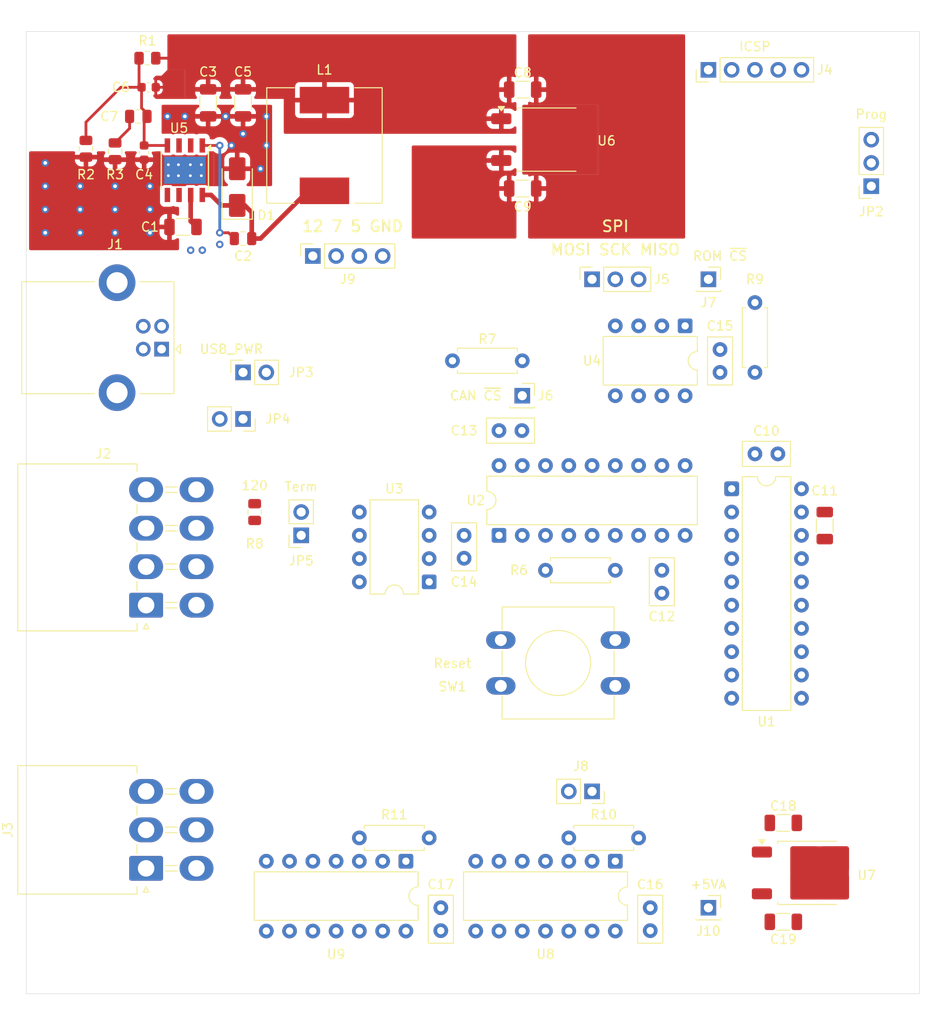
<source format=kicad_pcb>
(kicad_pcb (version 20241229) (generator "pcbnew") (generator_version "9.0")
  (title_block (title "CAN Gauge Interface") (date "2025-09-27") (rev "0.1") (company "Sam Anthony"))
  (layers (0 "F.Cu" signal) (4 "In1.Cu" signal) (6 "In2.Cu" signal) (2 "B.Cu" power) (13 "F.Paste" user) (15 "B.Paste" user) (5 "F.SilkS" user "F.Silkscreen") (7 "B.SilkS" user "B.Silkscreen") (1 "F.Mask" user) (3 "B.Mask" user) (25 "Edge.Cuts" user))
  (net 0 "")
  (net 1 "GND")
  (net 2 "+12V")
  (net 3 "Net-(U5-BOOT)")
  (net 4 "+7V")
  (net 5 "Net-(C7-Pad2)")
  (net 6 "+5V")
  (net 7 "Net-(U1-Vusb3v3)")
  (net 8 "/~{MCLR}")
  (net 9 "+5VA")
  (net 10 "/USB_D+")
  (net 11 "/USB_D-")
  (net 12 "VBUS")
  (net 15 "/CAN_L")
  (net 16 "/Speed")
  (net 17 "/Tach")
  (net 18 "/CAN_H")
  (net 19 "/AN4")
  (net 20 "/AN2")
  (net 21 "/AN3")
  (net 22 "/AN1")
  (net 23 "/ICSP_CLK")
  (net 24 "/ICSP_DAT")
  (net 25 "/SCK")
  (net 26 "/MOSI")
  (net 27 "/MISO")
  (net 28 "/CAN_~{CS}")
  (net 29 "/ROM_~{CS}")
  (net 30 "/DAC2_~{CS}")
  (net 31 "/DAC1_~{CS}")
  (net 32 "/INT{slash}ICSP_CLK")
  (net 33 "/INT")
  (net 34 "Net-(JP5-B)")
  (net 36 "/CLK")
  (net 39 "/CAN_RX")
  (net 40 "/CAN_TX")
  (net 53 "/PH")
  (net 54 "/sense")
  (footprint "Connector_PinSocket_2.54mm:PinSocket_1x01_P2.54mm_Vertical" (layer "F.Cu") (at 124.46 129.54)
    (property "Reference" "J7" (at 0 2.54 0) (layer "F.SilkS"))
    (property "Value" "ROM ~{CS}" (at 1.27 -2.54 0) (layer "F.SilkS"))
    (pad "1" thru_hole rect (at 0 0) (size 1.7 1.7) (drill 1) (layers "*.Cu" "*.Mask") (net 29 "/ROM_~{CS}"))
  )
  (footprint "Capacitor_SMD:C_1206_3216Metric" (layer "F.Cu") (at 104.189 119.634)
    (property "Reference" "C9" (at 0 1.984 0) (layer "F.SilkS"))
    (property "Value" "10u" (hide yes))
    (pad "1" smd roundrect (at -1.475 0) (size 1.15 1.8) (layers "F.Cu" "F.Mask" "F.Paste") (roundrect_rratio 0.217391) (net 6 "+5V"))
    (pad "2" smd roundrect (at 1.475 0) (size 1.15 1.8) (layers "F.Cu" "F.Mask" "F.Paste") (roundrect_rratio 0.217391) (net 1 "GND"))
  )
  (footprint "Capacitor_SMD:C_0805_2012Metric" (layer "F.Cu") (at 62.23 111.76 180)
    (property "Reference" "C7" (at 3.175 0 0) (layer "F.SilkS"))
    (property "Value" "47n" (hide yes))
    (pad "1" smd roundrect (at -0.95 0 180) (size 1 1.45) (layers "F.Cu" "F.Mask" "F.Paste") (net 54 "/sense"))
    (pad "2" smd roundrect (at 0.95 0 180) (size 1 1.45) (layers "F.Cu" "F.Mask" "F.Paste") (net 5 "Net-(C7-Pad2)"))
  )
  (footprint "Connector_PinSocket_2.54mm:PinSocket_1x04_P2.54mm_Vertical" (layer "F.Cu") (at 81.28 127 90)
    (property "Reference" "J9" (at -2.54 3.81 180) (layer "F.SilkS"))
    (property "Value" "Conn_01x04_Socket" (hide yes))
    (pad "1" thru_hole rect (at 0 0 90) (size 1.7 1.7) (drill 1) (layers "*.Cu" "*.Mask") (net 2 "+12V"))
    (pad "2" thru_hole oval (at 0 2.54 90) (size 1.7 1.7) (drill 1) (layers "*.Cu" "*.Mask") (net 4 "+7V"))
    (pad "3" thru_hole oval (at 0 5.08 90) (size 1.7 1.7) (drill 1) (layers "*.Cu" "*.Mask") (net 6 "+5V"))
    (pad "4" thru_hole oval (at 0 7.62 90) (size 1.7 1.7) (drill 1) (layers "*.Cu" "*.Mask") (net 1 "GND"))
  )
  (footprint "MountingHole:MountingHole_3.2mm_M3_DIN965" (layer "F.Cu") (at 55 202.5)
    (property "Reference" "H1" (hide yes))
    (property "Value" "MountingHole" (hide yes))
    (pad "" np_thru_hole circle (at 0 0) (size 3.2 3.2) (drill 3.2) (layers "*.Cu" "*.Mask"))
  )
  (footprint "Capacitor_SMD:C_1206_3216Metric" (layer "F.Cu") (at 132.637 199.656)
    (property "Reference" "C19" (at 0 1.905 0) (layer "F.SilkS"))
    (property "Value" "10u" (hide yes))
    (pad "1" smd roundrect (at -1.475 0) (size 1.15 1.8) (layers "F.Cu" "F.Mask" "F.Paste") (roundrect_rratio 0.217391) (net 9 "+5VA"))
    (pad "2" smd roundrect (at 1.475 0) (size 1.15 1.8) (layers "F.Cu" "F.Mask" "F.Paste") (roundrect_rratio 0.217391) (net 1 "GND"))
  )
  (footprint "Resistor_THT:R_Axial_DIN0207_L6.3mm_D2.5mm_P7.62mm_Horizontal" (layer "F.Cu") (at 116.84 190.5 180)
    (property "Reference" "R10" (at 3.81 2.54 0) (layer "F.SilkS"))
    (property "Value" "10k" (hide yes))
    (pad "1" thru_hole circle (at 0 0 180) (size 1.6 1.6) (drill 0.8) (layers "*.Cu" "*.Mask") (net 9 "+5VA"))
    (pad "2" thru_hole oval (at 7.62 0 180) (size 1.6 1.6) (drill 0.8) (layers "*.Cu" "*.Mask") (net 31 "/DAC1_~{CS}"))
  )
  (footprint "Capacitor_SMD:C_1206_3216Metric" (layer "F.Cu") (at 132.637 188.861)
    (property "Reference" "C18" (at 0 -1.85 0) (layer "F.SilkS"))
    (property "Value" "10u" (hide yes))
    (pad "1" smd roundrect (at -1.475 0) (size 1.15 1.8) (layers "F.Cu" "F.Mask" "F.Paste") (roundrect_rratio 0.217391) (net 4 "+7V"))
    (pad "2" smd roundrect (at 1.475 0) (size 1.15 1.8) (layers "F.Cu" "F.Mask" "F.Paste") (roundrect_rratio 0.217391) (net 1 "GND"))
  )
  (footprint "Package_TO_SOT_SMD:TO-252-2" (layer "F.Cu") (at 106.894 114.294)
    (property "Reference" "U6" (at 6.443 0.128 0) (layer "F.SilkS"))
    (property "Value" "L78M05AB" (hide yes))
    (pad "1" smd roundrect (at -5.04 -2.28) (size 2.2 1.2) (layers "F.Cu" "F.Mask" "F.Paste") (roundrect_rratio 0.208333) (net 4 "+7V"))
    (pad "2" smd roundrect (at -0.415 -1.525) (size 3.05 2.75) (layers "F.Cu" "F.Paste") (roundrect_rratio 0.090909) (net 1 "GND"))
    (pad "2" smd roundrect (at -0.415 1.525) (size 3.05 2.75) (layers "F.Cu" "F.Paste") (roundrect_rratio 0.090909) (net 1 "GND"))
    (pad "2" smd roundrect (at 1.26 0) (size 6.4 5.8) (layers "F.Cu" "F.Mask") (roundrect_rratio 0.043103) (net 1 "GND"))
    (pad "2" smd roundrect (at 2.935 -1.525) (size 3.05 2.75) (layers "F.Cu" "F.Paste") (roundrect_rratio 0.090909) (net 1 "GND"))
    (pad "2" smd roundrect (at 2.935 1.525) (size 3.05 2.75) (layers "F.Cu" "F.Paste") (roundrect_rratio 0.090909) (net 1 "GND"))
    (pad "3" smd roundrect (at -5.04 2.28) (size 2.2 1.2) (layers "F.Cu" "F.Mask" "F.Paste") (roundrect_rratio 0.208333) (net 6 "+5V"))
  )
  (footprint "Capacitor_THT:C_Disc_D5.0mm_W2.5mm_P2.50mm" (layer "F.Cu") (at 118.11 198.12 -90)
    (property "Reference" "C16" (at -2.54 0 180) (layer "F.SilkS"))
    (property "Value" "100n" (hide yes))
    (pad "1" thru_hole circle (at 0 0 270) (size 1.6 1.6) (drill 0.8) (layers "*.Cu" "*.Mask") (net 9 "+5VA"))
    (pad "2" thru_hole circle (at 2.5 0 270) (size 1.6 1.6) (drill 0.8) (layers "*.Cu" "*.Mask") (net 1 "GND"))
  )
  (footprint "MountingHole:MountingHole_3.2mm_M3_DIN965" (layer "F.Cu") (at 142.5 202.5)
    (property "Reference" "H2" (hide yes))
    (property "Value" "MountingHole" (hide yes))
    (pad "" np_thru_hole circle (at 0 0) (size 3.2 3.2) (drill 3.2) (layers "*.Cu" "*.Mask"))
  )
  (footprint "Capacitor_SMD:C_0603_1608Metric" (layer "F.Cu") (at 62.865 115.71 -90)
    (property "Reference" "C4" (at 2.4 0 180) (layer "F.SilkS"))
    (property "Value" "220p" (hide yes))
    (pad "1" smd roundrect (at -0.775 0 270) (size 0.9 0.95) (layers "F.Cu" "F.Mask" "F.Paste") (net 54 "/sense"))
    (pad "2" smd roundrect (at 0.775 0 270) (size 0.9 0.95) (layers "F.Cu" "F.Mask" "F.Paste") (net 1 "GND"))
  )
  (footprint "Connector_Molex:Molex_Mini-Fit_Jr_5569-06A2_2x03_P4.20mm_Horizontal" (layer "F.Cu") (at 63.08 193.82 90)
    (property "Reference" "J3" (at 4.2 -15.1 90) (layer "F.SilkS"))
    (property "Value" "Analog")
    (pad "" np_thru_hole circle (at 0 -7.3 90) (size 3 3) (drill 3) (layers "*.Cu" "*.Mask"))
    (pad "" np_thru_hole circle (at 8.4 -7.3 90) (size 3 3) (drill 3) (layers "*.Cu" "*.Mask"))
    (pad "1" thru_hole roundrect (at 0 0 90) (size 2.7 3.7) (drill 1.8) (layers "*.Cu" "*.Mask") (roundrect_rratio 0.092593) (net 22 "/AN1"))
    (pad "2" thru_hole oval (at 4.2 0 90) (size 2.7 3.7) (drill 1.8) (layers "*.Cu" "*.Mask") (net 1 "GND"))
    (pad "3" thru_hole oval (at 8.4 0 90) (size 2.7 3.7) (drill 1.8) (layers "*.Cu" "*.Mask") (net 19 "/AN4"))
    (pad "4" thru_hole oval (at 0 5.5 90) (size 2.7 3.7) (drill 1.8) (layers "*.Cu" "*.Mask") (net 20 "/AN2"))
    (pad "5" thru_hole oval (at 4.2 5.5 90) (size 2.7 3.7) (drill 1.8) (layers "*.Cu" "*.Mask") (net 1 "GND"))
    (pad "6" thru_hole oval (at 8.4 5.5 90) (size 2.7 3.7) (drill 1.8) (layers "*.Cu" "*.Mask") (net 21 "/AN3"))
  )
  (footprint "Resistor_SMD:R_0805_2012Metric" (layer "F.Cu") (at 63.2225 105.41)
    (property "Reference" "R1" (at 0 -1.905 0) (layer "F.SilkS"))
    (property "Value" "10k" (hide yes))
    (pad "1" smd roundrect (at -0.9125 0) (size 1.025 1.4) (layers "F.Cu" "F.Mask" "F.Paste") (roundrect_rratio 0.243902) (net 54 "/sense"))
    (pad "2" smd roundrect (at 0.9125 0) (size 1.025 1.4) (layers "F.Cu" "F.Mask" "F.Paste") (roundrect_rratio 0.243902) (net 4 "+7V"))
  )
  (footprint "Connector_USB:USB_B_Lumberg_2411_02_Horizontal" (layer "F.Cu") (at 64.77 137.16 180)
    (property "Reference" "J1" (at 5.08 11.43 180) (layer "F.SilkS"))
    (property "Value" "USB_B" (hide yes))
    (pad "1" thru_hole rect (at 0 0 270) (size 1.6 1.6) (drill 0.95) (layers "*.Cu" "*.Mask") (net 12 "VBUS"))
    (pad "2" thru_hole circle (at 0 2.5 270) (size 1.6 1.6) (drill 0.95) (layers "*.Cu" "*.Mask") (net 11 "/USB_D-"))
    (pad "3" thru_hole circle (at 2 2.5 270) (size 1.6 1.6) (drill 0.95) (layers "*.Cu" "*.Mask") (net 10 "/USB_D+"))
    (pad "4" thru_hole circle (at 2 0 270) (size 1.6 1.6) (drill 0.95) (layers "*.Cu" "*.Mask") (net 1 "GND"))
    (pad "5" thru_hole circle (at 4.86 -4.75 270) (size 4 4) (drill 2.3) (layers "*.Cu" "*.Mask"))
    (pad "5" thru_hole circle (at 4.86 7.25 270) (size 4 4) (drill 2.3) (layers "*.Cu" "*.Mask"))
  )
  (footprint "Connector_PinSocket_2.54mm:PinSocket_1x02_P2.54mm_Vertical" (layer "F.Cu") (at 80.01 157.48 180)
    (property "Reference" "JP5" (at 0 -2.77 0) (layer "F.SilkS"))
    (property "Value" "Term" (at 0 5.31 0) (layer "F.SilkS"))
    (pad "1" thru_hole rect (at 0 0 180) (size 1.7 1.7) (drill 1) (layers "*.Cu" "*.Mask") (net 15 "/CAN_L"))
    (pad "2" thru_hole oval (at 0 2.54 180) (size 1.7 1.7) (drill 1) (layers "*.Cu" "*.Mask") (net 34 "Net-(JP5-B)"))
  )
  (footprint "Capacitor_SMD:C_0603_1608Metric" (layer "F.Cu") (at 63.36 108.585)
    (property "Reference" "C6" (at -3.035 0 0) (layer "F.SilkS"))
    (property "Value" "3300p" (hide yes))
    (pad "1" smd roundrect (at -0.775 0) (size 0.9 0.95) (layers "F.Cu" "F.Mask" "F.Paste") (net 54 "/sense"))
    (pad "2" smd roundrect (at 0.775 0) (size 0.9 0.95) (layers "F.Cu" "F.Mask" "F.Paste") (net 4 "+7V"))
  )
  (footprint "Inductor_SMD:L_12x12mm_H8mm" (layer "F.Cu") (at 82.55 114.935 90)
    (property "Reference" "L1" (at 8.255 0 180) (layer "F.SilkS"))
    (property "Value" "150u" (hide yes))
    (pad "1" smd rect (at -4.95 0 90) (size 2.9 5.4) (layers "F.Cu" "F.Mask" "F.Paste") (net 53 "/PH"))
    (pad "2" smd rect (at 4.95 0 90) (size 2.9 5.4) (layers "F.Cu" "F.Mask" "F.Paste") (net 4 "+7V"))
  )
  (footprint "MountingHole:MountingHole_3.2mm_M3_DIN965" (layer "F.Cu") (at 55 107.5)
    (property "Reference" "H4" (hide yes))
    (property "Value" "MountingHole" (hide yes))
    (pad "" np_thru_hole circle (at 0 0) (size 3.2 3.2) (drill 3.2) (layers "*.Cu" "*.Mask"))
  )
  (footprint "Resistor_SMD:R_0805_2012Metric" (layer "F.Cu") (at 56.515 115.2925 -90)
    (property "Reference" "R2" (at 2.8175 0 180) (layer "F.SilkS"))
    (property "Value" "3k24" (hide yes))
    (pad "1" smd roundrect (at -0.9125 0 270) (size 1.025 1.4) (layers "F.Cu" "F.Mask" "F.Paste") (roundrect_rratio 0.243902) (net 54 "/sense"))
    (pad "2" smd roundrect (at 0.9125 0 270) (size 1.025 1.4) (layers "F.Cu" "F.Mask" "F.Paste") (roundrect_rratio 0.243902) (net 1 "GND"))
  )
  (footprint "Resistor_THT:R_Axial_DIN0207_L6.3mm_D2.5mm_P7.62mm_Horizontal" (layer "F.Cu") (at 106.68 161.29)
    (property "Reference" "R6" (at -2.8975 0 0) (layer "F.SilkS"))
    (property "Value" "10k" (hide yes))
    (pad "1" thru_hole circle (at 0 0) (size 1.6 1.6) (drill 0.8) (layers "*.Cu" "*.Mask") (net 6 "+5V"))
    (pad "2" thru_hole oval (at 7.62 0) (size 1.6 1.6) (drill 0.8) (layers "*.Cu" "*.Mask") (net 8 "/~{MCLR}"))
  )
  (footprint "Connector_PinSocket_2.54mm:PinSocket_1x02_P2.54mm_Vertical" (layer "F.Cu") (at 111.76 185.42 -90)
    (property "Reference" "J8" (at -2.744718 1.213739 180) (layer "F.SilkS"))
    (property "Value" "DAC ~{CS}")
    (pad "1" thru_hole rect (at 0 0 270) (size 1.7 1.7) (drill 1) (layers "*.Cu" "*.Mask") (net 31 "/DAC1_~{CS}"))
    (pad "2" thru_hole oval (at 0 2.54 270) (size 1.7 1.7) (drill 1) (layers "*.Cu" "*.Mask") (net 30 "/DAC2_~{CS}"))
  )
  (footprint "Button_Switch_THT:SW_PUSH-12mm" (layer "F.Cu") (at 114.3 173.91 180)
    (property "Reference" "SW1" (at 17.78 -0.08 0) (layer "F.SilkS"))
    (property "Value" "Reset" (at 17.78 2.46 0) (layer "F.SilkS"))
    (pad "1" thru_hole oval (at 0 0 180) (size 3.2 1.9) (drill 1.3) (layers "*.Cu" "*.Mask") (net 1 "GND"))
    (pad "1" thru_hole oval (at 12.5 0 180) (size 3.2 1.9) (drill 1.3) (layers "*.Cu" "*.Mask") (net 1 "GND"))
    (pad "2" thru_hole oval (at 0 5 180) (size 3.2 1.9) (drill 1.3) (layers "*.Cu" "*.Mask") (net 8 "/~{MCLR}"))
    (pad "2" thru_hole oval (at 12.5 5 180) (size 3.2 1.9) (drill 1.3) (layers "*.Cu" "*.Mask") (net 8 "/~{MCLR}"))
  )
  (footprint "Capacitor_SMD:C_1206_3216Metric" (layer "F.Cu") (at 69.85 110.285 -90)
    (property "Reference" "C3" (at -3.38 0 0) (layer "F.SilkS"))
    (property "Value" "22u" (hide yes))
    (pad "1" smd roundrect (at -1.475 0 270) (size 1.15 1.8) (layers "F.Cu" "F.Mask" "F.Paste") (roundrect_rratio 0.217391) (net 4 "+7V"))
    (pad "2" smd roundrect (at 1.475 0 270) (size 1.15 1.8) (layers "F.Cu" "F.Mask" "F.Paste") (roundrect_rratio 0.217391) (net 1 "GND"))
  )
  (footprint "Connector_PinSocket_2.54mm:PinSocket_1x01_P2.54mm_Vertical" (layer "F.Cu") (at 104.14 142.24)
    (property "Reference" "J6" (at 2.54 0 0) (layer "F.SilkS"))
    (property "Value" "CAN ~{CS}" (at -5.08 0 0) (layer "F.SilkS"))
    (pad "1" thru_hole rect (at 0 0) (size 1.7 1.7) (drill 1) (layers "*.Cu" "*.Mask") (net 28 "/CAN_~{CS}"))
  )
  (footprint "Resistor_THT:R_Axial_DIN0207_L6.3mm_D2.5mm_P7.62mm_Horizontal" (layer "F.Cu") (at 129.54 139.7 90)
    (property "Reference" "R9" (at 10.16 0 180) (layer "F.SilkS"))
    (property "Value" "10k" (hide yes))
    (pad "1" thru_hole circle (at 0 0 90) (size 1.6 1.6) (drill 0.8) (layers "*.Cu" "*.Mask") (net 6 "+5V"))
    (pad "2" thru_hole oval (at 7.62 0 90) (size 1.6 1.6) (drill 0.8) (layers "*.Cu" "*.Mask") (net 29 "/ROM_~{CS}"))
  )
  (footprint "Connector_PinSocket_2.54mm:PinSocket_1x03_P2.54mm_Vertical" (layer "F.Cu") (at 142.24 119.38 180)
    (property "Reference" "JP2" (at 0 -2.77 0) (layer "F.SilkS"))
    (property "Value" "Prog" (at 0 7.85 0) (layer "F.SilkS"))
    (pad "1" thru_hole rect (at 0 0 180) (size 1.7 1.7) (drill 1) (layers "*.Cu" "*.Mask") (net 33 "/INT"))
    (pad "2" thru_hole oval (at 0 2.54 180) (size 1.7 1.7) (drill 1) (layers "*.Cu" "*.Mask") (net 32 "/INT{slash}ICSP_CLK"))
    (pad "3" thru_hole oval (at 0 5.08 180) (size 1.7 1.7) (drill 1) (layers "*.Cu" "*.Mask") (net 23 "/ICSP_CLK"))
  )
  (footprint "Package_DIP:DIP-14_W7.62mm" (layer "F.Cu") (at 114.3 193.04 -90)
    (property "Reference" "U8" (at 10.16 7.62 180) (layer "F.SilkS"))
    (property "Value" "MCP4912" (hide yes))
    (pad "1" thru_hole roundrect (at 0 0 270) (size 1.6 1.6) (drill 0.8) (layers "*.Cu" "*.Mask") (roundrect_rratio 0.15625) (net 9 "+5VA"))
    (pad "2" thru_hole circle (at 0 2.54 270) (size 1.6 1.6) (drill 0.8) (layers "*.Cu" "*.Mask"))
    (pad "3" thru_hole circle (at 0 5.08 270) (size 1.6 1.6) (drill 0.8) (layers "*.Cu" "*.Mask") (net 31 "/DAC1_~{CS}"))
    (pad "4" thru_hole circle (at 0 7.62 270) (size 1.6 1.6) (drill 0.8) (layers "*.Cu" "*.Mask") (net 25 "/SCK"))
    (pad "5" thru_hole circle (at 0 10.16 270) (size 1.6 1.6) (drill 0.8) (layers "*.Cu" "*.Mask") (net 26 "/MOSI"))
    (pad "6" thru_hole circle (at 0 12.7 270) (size 1.6 1.6) (drill 0.8) (layers "*.Cu" "*.Mask"))
    (pad "7" thru_hole circle (at 0 15.24 270) (size 1.6 1.6) (drill 0.8) (layers "*.Cu" "*.Mask"))
    (pad "8" thru_hole circle (at 7.62 15.24 270) (size 1.6 1.6) (drill 0.8) (layers "*.Cu" "*.Mask") (net 1 "GND"))
    (pad "9" thru_hole circle (at 7.62 12.7 270) (size 1.6 1.6) (drill 0.8) (layers "*.Cu" "*.Mask") (net 9 "+5VA"))
    (pad "10" thru_hole circle (at 7.62 10.16 270) (size 1.6 1.6) (drill 0.8) (layers "*.Cu" "*.Mask") (net 20 "/AN2"))
    (pad "11" thru_hole circle (at 7.62 7.62 270) (size 1.6 1.6) (drill 0.8) (layers "*.Cu" "*.Mask") (net 9 "+5VA"))
    (pad "12" thru_hole circle (at 7.62 5.08 270) (size 1.6 1.6) (drill 0.8) (layers "*.Cu" "*.Mask") (net 1 "GND"))
    (pad "13" thru_hole circle (at 7.62 2.54 270) (size 1.6 1.6) (drill 0.8) (layers "*.Cu" "*.Mask") (net 9 "+5VA"))
    (pad "14" thru_hole circle (at 7.62 0 270) (size 1.6 1.6) (drill 0.8) (layers "*.Cu" "*.Mask") (net 22 "/AN1"))
  )
  (footprint "Diode_SMD:D_SMA" (layer "F.Cu") (at 73.025 119.475 90)
    (property "Reference" "D1" (at -3.08 3.175 180) (layer "F.SilkS"))
    (property "Value" "SS34" (hide yes))
    (pad "1" smd roundrect (at -2 0 90) (size 2.5 1.8) (layers "F.Cu" "F.Mask" "F.Paste") (roundrect_rratio 0.1388888889) (net 53 "/PH"))
    (pad "2" smd roundrect (at 2 0 90) (size 2.5 1.8) (layers "F.Cu" "F.Mask" "F.Paste") (roundrect_rratio 0.1388888889) (net 1 "GND"))
  )
  (footprint "Connector_Molex:Molex_Mini-Fit_Jr_5569-08A2_2x04_P4.20mm_Horizontal" (layer "F.Cu") (at 63.08 165.1 90)
    (property "Reference" "J2" (at 16.51 -4.66 180) (layer "F.SilkS"))
    (property "Value" "Conn_02x04_Top_Bottom" (hide yes))
    (pad "" np_thru_hole circle (at 0 -7.3 90) (size 3 3) (drill 3) (layers "*.Cu" "*.Mask"))
    (pad "" np_thru_hole circle (at 12.6 -7.3 90) (size 3 3) (drill 3) (layers "*.Cu" "*.Mask"))
    (pad "1" thru_hole roundrect (at 0 0 90) (size 2.7 3.7) (drill 1.8) (layers "*.Cu" "*.Mask") (roundrect_rratio 0.092593) (net 17 "/Tach"))
    (pad "2" thru_hole oval (at 4.2 0 90) (size 2.7 3.7) (drill 1.8) (layers "*.Cu" "*.Mask") (net 1 "GND"))
    (pad "3" thru_hole oval (at 8.4 0 90) (size 2.7 3.7) (drill 1.8) (layers "*.Cu" "*.Mask") (net 1 "GND"))
    (pad "4" thru_hole oval (at 12.6 0 90) (size 2.7 3.7) (drill 1.8) (layers "*.Cu" "*.Mask") (net 2 "+12V"))
    (pad "5" thru_hole oval (at 0 5.5 90) (size 2.7 3.7) (drill 1.8) (layers "*.Cu" "*.Mask") (net 16 "/Speed"))
    (pad "6" thru_hole oval (at 4.2 5.5 90) (size 2.7 3.7) (drill 1.8) (layers "*.Cu" "*.Mask") (net 18 "/CAN_H"))
    (pad "7" thru_hole oval (at 8.4 5.5 90) (size 2.7 3.7) (drill 1.8) (layers "*.Cu" "*.Mask") (net 15 "/CAN_L"))
    (pad "8" thru_hole oval (at 12.6 5.5 90) (size 2.7 3.7) (drill 1.8) (layers "*.Cu" "*.Mask") (net 1 "GND"))
  )
  (footprint "Resistor_SMD:R_0805_2012Metric" (layer "F.Cu") (at 59.69 115.57 -90)
    (property "Reference" "R3" (at 2.54 0 0) (layer "F.SilkS"))
    (property "Value" "2k7" (hide yes))
    (pad "1" smd roundrect (at -0.9125 0 270) (size 1.025 1.4) (layers "F.Cu" "F.Mask" "F.Paste") (roundrect_rratio 0.243902) (net 5 "Net-(C7-Pad2)"))
    (pad "2" smd roundrect (at 0.9125 0 270) (size 1.025 1.4) (layers "F.Cu" "F.Mask" "F.Paste") (roundrect_rratio 0.243902) (net 1 "GND"))
  )
  (footprint "Package_DIP:DIP-8_W7.62mm" (layer "F.Cu") (at 93.98 162.56 180)
    (property "Reference" "U3" (at 3.805 10.16 0) (layer "F.SilkS"))
    (property "Value" "MCP2561-E-P" (hide yes))
    (pad "1" thru_hole roundrect (at 0 0 180) (size 1.6 1.6) (drill 0.8) (layers "*.Cu" "*.Mask") (roundrect_rratio 0.15625) (net 40 "/CAN_TX"))
    (pad "2" thru_hole circle (at 0 2.54 180) (size 1.6 1.6) (drill 0.8) (layers "*.Cu" "*.Mask") (net 1 "GND"))
    (pad "3" thru_hole circle (at 0 5.08 180) (size 1.6 1.6) (drill 0.8) (layers "*.Cu" "*.Mask") (net 6 "+5V"))
    (pad "4" thru_hole circle (at 0 7.62 180) (size 1.6 1.6) (drill 0.8) (layers "*.Cu" "*.Mask") (net 39 "/CAN_RX"))
    (pad "5" thru_hole circle (at 7.62 7.62 180) (size 1.6 1.6) (drill 0.8) (layers "*.Cu" "*.Mask"))
    (pad "6" thru_hole circle (at 7.62 5.08 180) (size 1.6 1.6) (drill 0.8) (layers "*.Cu" "*.Mask") (net 15 "/CAN_L"))
    (pad "7" thru_hole circle (at 7.62 2.54 180) (size 1.6 1.6) (drill 0.8) (layers "*.Cu" "*.Mask") (net 18 "/CAN_H"))
    (pad "8" thru_hole circle (at 7.62 0 180) (size 1.6 1.6) (drill 0.8) (layers "*.Cu" "*.Mask") (net 1 "GND"))
  )
  (footprint "Resistor_THT:R_Axial_DIN0207_L6.3mm_D2.5mm_P7.62mm_Horizontal" (layer "F.Cu") (at 96.52 138.43)
    (property "Reference" "R7" (at 3.81 -2.37 0) (layer "F.SilkS"))
    (property "Value" "10k" (hide yes))
    (pad "1" thru_hole circle (at 0 0) (size 1.6 1.6) (drill 0.8) (layers "*.Cu" "*.Mask") (net 6 "+5V"))
    (pad "2" thru_hole oval (at 7.62 0) (size 1.6 1.6) (drill 0.8) (layers "*.Cu" "*.Mask") (net 28 "/CAN_~{CS}"))
  )
  (footprint "Capacitor_SMD:C_1206_3216Metric" (layer "F.Cu") (at 73.66 110.285 -90)
    (property "Reference" "C5" (at -3.38 0 0) (layer "F.SilkS"))
    (property "Value" "22u" (hide yes))
    (pad "1" smd roundrect (at -1.475 0 270) (size 1.15 1.8) (layers "F.Cu" "F.Mask" "F.Paste") (roundrect_rratio 0.217391) (net 4 "+7V"))
    (pad "2" smd roundrect (at 1.475 0 270) (size 1.15 1.8) (layers "F.Cu" "F.Mask" "F.Paste") (roundrect_rratio 0.217391) (net 1 "GND"))
  )
  (footprint "Connector_PinHeader_2.54mm:PinHeader_1x05_P2.54mm_Vertical" (layer "F.Cu") (at 124.46 106.68 90)
    (property "Reference" "J4" (at 0 12.7 180) (layer "F.SilkS"))
    (property "Value" "ICSP" (at 2.54 5.08 180) (layer "F.SilkS"))
    (pad "1" thru_hole rect (at 0 0 90) (size 1.7 1.7) (drill 1) (layers "*.Cu" "*.Mask") (net 8 "/~{MCLR}"))
    (pad "2" thru_hole oval (at 0 2.54 90) (size 1.7 1.7) (drill 1) (layers "*.Cu" "*.Mask") (net 6 "+5V"))
    (pad "3" thru_hole oval (at 0 5.08 90) (size 1.7 1.7) (drill 1) (layers "*.Cu" "*.Mask") (net 1 "GND"))
    (pad "4" thru_hole oval (at 0 7.62 90) (size 1.7 1.7) (drill 1) (layers "*.Cu" "*.Mask") (net 24 "/ICSP_DAT"))
    (pad "5" thru_hole oval (at 0 10.16 90) (size 1.7 1.7) (drill 1) (layers "*.Cu" "*.Mask") (net 23 "/ICSP_CLK"))
  )
  (footprint "Capacitor_THT:C_Disc_D5.0mm_W2.5mm_P2.50mm" (layer "F.Cu") (at 97.79 159.98 90)
    (property "Reference" "C14" (at -2.58 0 180) (layer "F.SilkS"))
    (property "Value" "100n" (hide yes))
    (pad "1" thru_hole circle (at 0 0 90) (size 1.6 1.6) (drill 0.8) (layers "*.Cu" "*.Mask") (net 1 "GND"))
    (pad "2" thru_hole circle (at 2.5 0 90) (size 1.6 1.6) (drill 0.8) (layers "*.Cu" "*.Mask") (net 6 "+5V"))
  )
  (footprint "Connector_PinSocket_2.54mm:PinSocket_1x03_P2.54mm_Vertical" (layer "F.Cu") (at 111.76 129.54 90)
    (property "Reference" "J5" (at 0 7.62 180) (layer "F.SilkS"))
    (property "Value" "SPI Debug" (hide yes))
    (pad "1" thru_hole rect (at 0 0 90) (size 1.7 1.7) (drill 1) (layers "*.Cu" "*.Mask") (net 26 "/MOSI"))
    (pad "2" thru_hole oval (at 0 2.54 90) (size 1.7 1.7) (drill 1) (layers "*.Cu" "*.Mask") (net 25 "/SCK"))
    (pad "3" thru_hole oval (at 0 5.08 90) (size 1.7 1.7) (drill 1) (layers "*.Cu" "*.Mask") (net 27 "/MISO"))
  )
  (footprint "Connector_PinSocket_2.54mm:PinSocket_1x02_P2.54mm_Vertical" (layer "F.Cu") (at 73.66 144.78 -90)
    (property "Reference" "JP4" (at 0 -3.81 0) (layer "F.SilkS"))
    (property "Value" "USB_PWR" (hide yes))
    (pad "1" thru_hole rect (at 0 0 270) (size 1.7 1.7) (drill 1) (layers "*.Cu" "*.Mask") (net 12 "VBUS"))
    (pad "2" thru_hole oval (at 0 2.54 270) (size 1.7 1.7) (drill 1) (layers "*.Cu" "*.Mask") (net 9 "+5VA"))
  )
  (footprint "Capacitor_SMD:C_1206_3216Metric" (layer "F.Cu") (at 104.189 108.839)
    (property "Reference" "C8" (at 0 -1.85 0) (layer "F.SilkS"))
    (property "Value" "10u" (hide yes))
    (pad "1" smd roundrect (at -1.475 0) (size 1.15 1.8) (layers "F.Cu" "F.Mask" "F.Paste") (roundrect_rratio 0.217391) (net 4 "+7V"))
    (pad "2" smd roundrect (at 1.475 0) (size 1.15 1.8) (layers "F.Cu" "F.Mask" "F.Paste") (roundrect_rratio 0.217391) (net 1 "GND"))
  )
  (footprint "Connector_PinSocket_2.54mm:PinSocket_1x01_P2.54mm_Vertical" (layer "F.Cu") (at 124.46 198.12)
    (property "Reference" "J10" (at 0 2.54 0) (layer "F.SilkS"))
    (property "Value" "+5VA" (at 0 -2.54 0) (layer "F.SilkS"))
    (pad "1" thru_hole rect (at 0 0) (size 1.7 1.7) (drill 1) (layers "*.Cu" "*.Mask") (net 9 "+5VA"))
  )
  (footprint "Package_DIP:DIP-20_W7.62mm" (layer "F.Cu") (at 127 152.4)
    (property "Reference" "U1" (at 3.81 25.4 0) (layer "F.SilkS"))
    (property "Value" "PIC16F1459-IP" (hide yes))
    (pad "1" thru_hole roundrect (at 0 0) (size 1.6 1.6) (drill 0.8) (layers "*.Cu" "*.Mask") (roundrect_rratio 0.15625) (net 6 "+5V"))
    (pad "2" thru_hole circle (at 0 2.54) (size 1.6 1.6) (drill 0.8) (layers "*.Cu" "*.Mask") (net 28 "/CAN_~{CS}"))
    (pad "3" thru_hole circle (at 0 5.08) (size 1.6 1.6) (drill 0.8) (layers "*.Cu" "*.Mask") (net 36 "/CLK"))
    (pad "4" thru_hole circle (at 0 7.62) (size 1.6 1.6) (drill 0.8) (layers "*.Cu" "*.Mask") (net 8 "/~{MCLR}"))
    (pad "5" thru_hole circle (at 0 10.16) (size 1.6 1.6) (drill 0.8) (layers "*.Cu" "*.Mask") (net 29 "/ROM_~{CS}"))
    (pad "6" thru_hole circle (at 0 12.7) (size 1.6 1.6) (drill 0.8) (layers "*.Cu" "*.Mask"))
    (pad "7" thru_hole circle (at 0 15.24) (size 1.6 1.6) (drill 0.8) (layers "*.Cu" "*.Mask"))
    (pad "8" thru_hole circle (at 0 17.78) (size 1.6 1.6) (drill 0.8) (layers "*.Cu" "*.Mask"))
    (pad "9" thru_hole circle (at 0 20.32) (size 1.6 1.6) (drill 0.8) (layers "*.Cu" "*.Mask") (net 26 "/MOSI"))
    (pad "10" thru_hole circle (at 0 22.86) (size 1.6 1.6) (drill 0.8) (layers "*.Cu" "*.Mask"))
    (pad "11" thru_hole circle (at 7.62 22.86) (size 1.6 1.6) (drill 0.8) (layers "*.Cu" "*.Mask") (net 25 "/SCK"))
    (pad "12" thru_hole circle (at 7.62 20.32) (size 1.6 1.6) (drill 0.8) (layers "*.Cu" "*.Mask"))
    (pad "13" thru_hole circle (at 7.62 17.78) (size 1.6 1.6) (drill 0.8) (layers "*.Cu" "*.Mask") (net 27 "/MISO"))
    (pad "14" thru_hole circle (at 7.62 15.24) (size 1.6 1.6) (drill 0.8) (layers "*.Cu" "*.Mask"))
    (pad "15" thru_hole circle (at 7.62 12.7) (size 1.6 1.6) (drill 0.8) (layers "*.Cu" "*.Mask") (net 32 "/INT{slash}ICSP_CLK"))
    (pad "16" thru_hole circle (at 7.62 10.16) (size 1.6 1.6) (drill 0.8) (layers "*.Cu" "*.Mask") (net 24 "/ICSP_DAT"))
    (pad "17" thru_hole circle (at 7.62 7.62) (size 1.6 1.6) (drill 0.8) (layers "*.Cu" "*.Mask") (net 7 "Net-(U1-Vusb3v3)"))
    (pad "18" thru_hole circle (at 7.62 5.08) (size 1.6 1.6) (drill 0.8) (layers "*.Cu" "*.Mask") (net 11 "/USB_D-"))
    (pad "19" thru_hole circle (at 7.62 2.54) (size 1.6 1.6) (drill 0.8) (layers "*.Cu" "*.Mask") (net 10 "/USB_D+"))
    (pad "20" thru_hole circle (at 7.62 0) (size 1.6 1.6) (drill 0.8) (layers "*.Cu" "*.Mask") (net 1 "GND"))
  )
  (footprint "Capacitor_SMD:C_0805_2012Metric" (layer "F.Cu") (at 73.66 125.095)
    (property "Reference" "C2" (at 0 1.905 180) (layer "F.SilkS"))
    (property "Value" "10n" (hide yes))
    (pad "1" smd roundrect (at -0.95 0) (size 1 1.45) (layers "F.Cu" "F.Mask" "F.Paste") (net 3 "Net-(U5-BOOT)"))
    (pad "2" smd roundrect (at 0.95 0) (size 1 1.45) (layers "F.Cu" "F.Mask" "F.Paste") (net 53 "/PH"))
  )
  (footprint "Package_SO:TI_SO-PowerPAD-8_ThermalVias" (layer "F.Cu") (at 67.31 117.635 -90)
    (property "Reference" "U5" (at -4.605 0.635 180) (layer "F.SilkS"))
    (property "Value" "TPS5430DDA" (hide yes))
    (pad "1" smd rect (at -2.7 -1.905 270) (size 1.55 0.6) (layers "F.Cu" "F.Mask" "F.Paste") (net 3 "Net-(U5-BOOT)"))
    (pad "2" smd rect (at -2.7 -0.635 270) (size 1.55 0.6) (layers "F.Cu" "F.Mask" "F.Paste"))
    (pad "3" smd rect (at -2.7 0.635 270) (size 1.55 0.6) (layers "F.Cu" "F.Mask" "F.Paste"))
    (pad "4" smd rect (at -2.7 1.905 270) (size 1.55 0.6) (layers "F.Cu" "F.Mask" "F.Paste") (net 54 "/sense"))
    (pad "5" smd rect (at 2.7 1.905 270) (size 1.55 0.6) (layers "F.Cu" "F.Mask" "F.Paste"))
    (pad "6" smd rect (at 2.7 0.635 270) (size 1.55 0.6) (layers "F.Cu" "F.Mask" "F.Paste") (net 1 "GND"))
    (pad "7" smd rect (at 2.7 -0.635 270) (size 1.55 0.6) (layers "F.Cu" "F.Mask" "F.Paste") (net 2 "+12V"))
    (pad "8" smd rect (at 2.7 -1.905 270) (size 1.55 0.6) (layers "F.Cu" "F.Mask" "F.Paste") (net 53 "/PH"))
    (pad "9" thru_hole circle (at -0.6 -1.8 270) (size 0.6 0.6) (drill 0.3) (layers "*.Cu") (net 1 "GND"))
    (pad "9" thru_hole circle (at -0.6 -0.6 270) (size 0.6 0.6) (drill 0.3) (layers "*.Cu") (net 1 "GND"))
    (pad "9" thru_hole circle (at -0.6 0.7 270) (size 0.6 0.6) (drill 0.3) (layers "*.Cu") (net 1 "GND"))
    (pad "9" thru_hole circle (at -0.6 1.8 270) (size 0.6 0.6) (drill 0.3) (layers "*.Cu") (net 1 "GND"))
    (pad "9" smd rect (at 0 0 270) (size 2.6 3.1) (layers "F.Cu" "F.Mask" "F.Paste") (net 1 "GND"))
    (pad "9" smd rect (at 0 0 270) (size 2.95 4.5) (layers "F.Cu") (net 1 "GND"))
    (pad "9" smd rect (at 0 0 270) (size 2.95 4.5) (layers "B.Cu") (net 1 "GND"))
    (pad "9" thru_hole circle (at 0.6 -1.8 270) (size 0.6 0.6) (drill 0.3) (layers "*.Cu") (net 1 "GND"))
    (pad "9" thru_hole circle (at 0.6 -0.6 270) (size 0.6 0.6) (drill 0.3) (layers "*.Cu") (net 1 "GND"))
    (pad "9" thru_hole circle (at 0.6 0.7 270) (size 0.6 0.6) (drill 0.3) (layers "*.Cu") (net 1 "GND"))
    (pad "9" thru_hole circle (at 0.6 1.8 270) (size 0.6 0.6) (drill 0.3) (layers "*.Cu") (net 1 "GND"))
  )
  (footprint "Capacitor_THT:C_Disc_D5.0mm_W2.5mm_P2.50mm" (layer "F.Cu") (at 119.38 161.29 -90)
    (property "Reference" "C12" (at 5.04 0 0) (layer "F.SilkS"))
    (property "Value" "100n" (hide yes))
    (pad "1" thru_hole circle (at 0 0 270) (size 1.6 1.6) (drill 0.8) (layers "*.Cu" "*.Mask") (net 8 "/~{MCLR}"))
    (pad "2" thru_hole circle (at 2.5 0 270) (size 1.6 1.6) (drill 0.8) (layers "*.Cu" "*.Mask") (net 1 "GND"))
  )
  (footprint "Capacitor_THT:C_Disc_D5.0mm_W2.5mm_P2.50mm" (layer "F.Cu") (at 95.25 198.12 -90)
    (property "Reference" "C17" (at -2.54 0 180) (layer "F.SilkS"))
    (property "Value" "100n" (hide yes))
    (pad "1" thru_hole circle (at 0 0 270) (size 1.6 1.6) (drill 0.8) (layers "*.Cu" "*.Mask") (net 9 "+5VA"))
    (pad "2" thru_hole circle (at 2.5 0 270) (size 1.6 1.6) (drill 0.8) (layers "*.Cu" "*.Mask") (net 1 "GND"))
  )
  (footprint "Resistor_SMD:R_0805_2012Metric" (layer "F.Cu") (at 74.93 154.94 90)
    (property "Reference" "R8" (at -3.4525 0 180) (layer "F.SilkS"))
    (property "Value" "120" (at 2.8975 0 180) (layer "F.SilkS"))
    (pad "1" smd roundrect (at -0.9125 0 90) (size 1.025 1.4) (layers "F.Cu" "F.Mask" "F.Paste") (roundrect_rratio 0.243902) (net 34 "Net-(JP5-B)"))
    (pad "2" smd roundrect (at 0.9125 0 90) (size 1.025 1.4) (layers "F.Cu" "F.Mask" "F.Paste") (roundrect_rratio 0.243902) (net 18 "/CAN_H"))
  )
  (footprint "Capacitor_THT:C_Disc_D5.0mm_W2.5mm_P2.50mm" (layer "F.Cu") (at 129.54 148.59)
    (property "Reference" "C10" (at 1.25 -2.5 0) (layer "F.SilkS"))
    (property "Value" "100n" (hide yes))
    (pad "1" thru_hole circle (at 0 0) (size 1.6 1.6) (drill 0.8) (layers "*.Cu" "*.Mask") (net 6 "+5V"))
    (pad "2" thru_hole circle (at 2.5 0) (size 1.6 1.6) (drill 0.8) (layers "*.Cu" "*.Mask") (net 1 "GND"))
  )
  (footprint "MountingHole:MountingHole_3.2mm_M3_DIN965" (layer "F.Cu") (at 142.5 107.5)
    (property "Reference" "H3" (hide yes))
    (property "Value" "MountingHole" (hide yes))
    (pad "" np_thru_hole circle (at 0 0) (size 3.2 3.2) (drill 3.2) (layers "*.Cu" "*.Mask"))
  )
  (footprint "Capacitor_THT:C_Disc_D5.0mm_W2.5mm_P2.50mm" (layer "F.Cu") (at 104.1 146.05 180)
    (property "Reference" "C13" (at 6.31 0 180) (layer "F.SilkS"))
    (property "Value" "100n" (hide yes))
    (pad "1" thru_hole circle (at 0 0 180) (size 1.6 1.6) (drill 0.8) (layers "*.Cu" "*.Mask") (net 1 "GND"))
    (pad "2" thru_hole circle (at 2.5 0 180) (size 1.6 1.6) (drill 0.8) (layers "*.Cu" "*.Mask") (net 6 "+5V"))
  )
  (footprint "Resistor_THT:R_Axial_DIN0207_L6.3mm_D2.5mm_P7.62mm_Horizontal" (layer "F.Cu") (at 93.98 190.5 180)
    (property "Reference" "R11" (at 3.81 2.54 0) (layer "F.SilkS"))
    (property "Value" "10k" (hide yes))
    (pad "1" thru_hole circle (at 0 0 180) (size 1.6 1.6) (drill 0.8) (layers "*.Cu" "*.Mask") (net 9 "+5VA"))
    (pad "2" thru_hole oval (at 7.62 0 180) (size 1.6 1.6) (drill 0.8) (layers "*.Cu" "*.Mask") (net 30 "/DAC2_~{CS}"))
  )
  (footprint "Connector_PinSocket_2.54mm:PinSocket_1x02_P2.54mm_Vertical" (layer "F.Cu") (at 73.66 139.7 90)
    (property "Reference" "JP3" (at 0 6.35 180) (layer "F.SilkS"))
    (property "Value" "USB_PWR" (at 2.54 -1.27 180) (layer "F.SilkS"))
    (pad "1" thru_hole rect (at 0 0 90) (size 1.7 1.7) (drill 1) (layers "*.Cu" "*.Mask") (net 12 "VBUS"))
    (pad "2" thru_hole oval (at 0 2.54 90) (size 1.7 1.7) (drill 1) (layers "*.Cu" "*.Mask") (net 6 "+5V"))
  )
  (footprint "Package_DIP:DIP-18_W7.62mm" (layer "F.Cu") (at 101.6 157.48 90)
    (property "Reference" "U2" (at 3.81 -2.54 180) (layer "F.SilkS"))
    (property "Value" "MCP2515-I/P" (hide yes))
    (pad "1" thru_hole roundrect (at 0 0 90) (size 1.6 1.6) (drill 0.8) (layers "*.Cu" "*.Mask") (roundrect_rratio 0.15625) (net 40 "/CAN_TX"))
    (pad "2" thru_hole circle (at 0 2.54 90) (size 1.6 1.6) (drill 0.8) (layers "*.Cu" "*.Mask") (net 39 "/CAN_RX"))
    (pad "3" thru_hole circle (at 0 5.08 90) (size 1.6 1.6) (drill 0.8) (layers "*.Cu" "*.Mask"))
    (pad "4" thru_hole circle (at 0 7.62 90) (size 1.6 1.6) (drill 0.8) (layers "*.Cu" "*.Mask") (net 6 "+5V"))
    (pad "5" thru_hole circle (at 0 10.16 90) (size 1.6 1.6) (drill 0.8) (layers "*.Cu" "*.Mask") (net 6 "+5V"))
    (pad "6" thru_hole circle (at 0 12.7 90) (size 1.6 1.6) (drill 0.8) (layers "*.Cu" "*.Mask") (net 6 "+5V"))
    (pad "7" thru_hole circle (at 0 15.24 90) (size 1.6 1.6) (drill 0.8) (layers "*.Cu" "*.Mask"))
    (pad "8" thru_hole circle (at 0 17.78 90) (size 1.6 1.6) (drill 0.8) (layers "*.Cu" "*.Mask") (net 36 "/CLK"))
    (pad "9" thru_hole circle (at 0 20.32 90) (size 1.6 1.6) (drill 0.8) (layers "*.Cu" "*.Mask") (net 1 "GND"))
    (pad "10" thru_hole circle (at 7.62 20.32 90) (size 1.6 1.6) (drill 0.8) (layers "*.Cu" "*.Mask"))
    (pad "11" thru_hole circle (at 7.62 17.78 90) (size 1.6 1.6) (drill 0.8) (layers "*.Cu" "*.Mask"))
    (pad "12" thru_hole circle (at 7.62 15.24 90) (size 1.6 1.6) (drill 0.8) (layers "*.Cu" "*.Mask") (net 33 "/INT"))
    (pad "13" thru_hole circle (at 7.62 12.7 90) (size 1.6 1.6) (drill 0.8) (layers "*.Cu" "*.Mask") (net 25 "/SCK"))
    (pad "14" thru_hole circle (at 7.62 10.16 90) (size 1.6 1.6) (drill 0.8) (layers "*.Cu" "*.Mask") (net 26 "/MOSI"))
    (pad "15" thru_hole circle (at 7.62 7.62 90) (size 1.6 1.6) (drill 0.8) (layers "*.Cu" "*.Mask") (net 27 "/MISO"))
    (pad "16" thru_hole circle (at 7.62 5.08 90) (size 1.6 1.6) (drill 0.8) (layers "*.Cu" "*.Mask") (net 28 "/CAN_~{CS}"))
    (pad "17" thru_hole circle (at 7.62 2.54 90) (size 1.6 1.6) (drill 0.8) (layers "*.Cu" "*.Mask") (net 6 "+5V"))
    (pad "18" thru_hole circle (at 7.62 0 90) (size 1.6 1.6) (drill 0.8) (layers "*.Cu" "*.Mask") (net 6 "+5V"))
  )
  (footprint "Capacitor_SMD:C_1206_3216Metric" (layer "F.Cu") (at 137.16 156.415 90)
    (property "Reference" "C11" (at 3.81 0 180) (layer "F.SilkS"))
    (property "Value" "1u" (hide yes))
    (pad "1" smd roundrect (at -1.475 0 90) (size 1.15 1.8) (layers "F.Cu" "F.Mask" "F.Paste") (roundrect_rratio 0.217391) (net 7 "Net-(U1-Vusb3v3)"))
    (pad "2" smd roundrect (at 1.475 0 90) (size 1.15 1.8) (layers "F.Cu" "F.Mask" "F.Paste") (roundrect_rratio 0.217391) (net 1 "GND"))
  )
  (footprint "Package_DIP:DIP-8_W7.62mm" (layer "F.Cu") (at 121.92 134.62 -90)
    (property "Reference" "U4" (at 3.81 10.16 180) (layer "F.SilkS"))
    (property "Value" "25LC160C" (hide yes))
    (pad "1" thru_hole roundrect (at 0 0 270) (size 1.6 1.6) (drill 0.8) (layers "*.Cu" "*.Mask") (roundrect_rratio 0.15625) (net 29 "/ROM_~{CS}"))
    (pad "2" thru_hole circle (at 0 2.54 270) (size 1.6 1.6) (drill 0.8) (layers "*.Cu" "*.Mask") (net 27 "/MISO"))
    (pad "3" thru_hole circle (at 0 5.08 270) (size 1.6 1.6) (drill 0.8) (layers "*.Cu" "*.Mask") (net 6 "+5V"))
    (pad "4" thru_hole circle (at 0 7.62 270) (size 1.6 1.6) (drill 0.8) (layers "*.Cu" "*.Mask") (net 1 "GND"))
    (pad "5" thru_hole circle (at 7.62 7.62 270) (size 1.6 1.6) (drill 0.8) (layers "*.Cu" "*.Mask") (net 26 "/MOSI"))
    (pad "6" thru_hole circle (at 7.62 5.08 270) (size 1.6 1.6) (drill 0.8) (layers "*.Cu" "*.Mask") (net 25 "/SCK"))
    (pad "7" thru_hole circle (at 7.62 2.54 270) (size 1.6 1.6) (drill 0.8) (layers "*.Cu" "*.Mask") (net 6 "+5V"))
    (pad "8" thru_hole circle (at 7.62 0 270) (size 1.6 1.6) (drill 0.8) (layers "*.Cu" "*.Mask") (net 6 "+5V"))
  )
  (footprint "Package_TO_SOT_SMD:TO-252-2" (layer "F.Cu") (at 135.342 194.316)
    (property "Reference" "U7" (at 6.39 0.26 0) (layer "F.SilkS"))
    (property "Value" "L78M05AB" (hide yes))
    (pad "1" smd roundrect (at -5.04 -2.28) (size 2.2 1.2) (layers "F.Cu" "F.Mask" "F.Paste") (roundrect_rratio 0.208333) (net 4 "+7V"))
    (pad "2" smd roundrect (at -0.415 -1.525) (size 3.05 2.75) (layers "F.Cu" "F.Paste") (roundrect_rratio 0.090909) (net 1 "GND"))
    (pad "2" smd roundrect (at -0.415 1.525) (size 3.05 2.75) (layers "F.Cu" "F.Paste") (roundrect_rratio 0.090909) (net 1 "GND"))
    (pad "2" smd roundrect (at 1.26 0) (size 6.4 5.8) (layers "F.Cu" "F.Mask") (roundrect_rratio 0.043103) (net 1 "GND"))
    (pad "2" smd roundrect (at 2.935 -1.525) (size 3.05 2.75) (layers "F.Cu" "F.Paste") (roundrect_rratio 0.090909) (net 1 "GND"))
    (pad "2" smd roundrect (at 2.935 1.525) (size 3.05 2.75) (layers "F.Cu" "F.Paste") (roundrect_rratio 0.090909) (net 1 "GND"))
    (pad "3" smd roundrect (at -5.04 2.28) (size 2.2 1.2) (layers "F.Cu" "F.Mask" "F.Paste") (roundrect_rratio 0.208333) (net 9 "+5VA"))
  )
  (footprint "Capacitor_SMD:C_1206_3216Metric" (layer "F.Cu") (at 67.105 123.825 180)
    (property "Reference" "C1" (at 3.605 0 180) (layer "F.SilkS"))
    (property "Value" "22u" (hide yes))
    (pad "1" smd roundrect (at -1.475 0 180) (size 1.15 1.8) (layers "F.Cu" "F.Mask" "F.Paste") (roundrect_rratio 0.217391) (net 2 "+12V"))
    (pad "2" smd roundrect (at 1.475 0 180) (size 1.15 1.8) (layers "F.Cu" "F.Mask" "F.Paste") (roundrect_rratio 0.217391) (net 1 "GND"))
  )
  (footprint "Capacitor_THT:C_Disc_D5.0mm_W2.5mm_P2.50mm" (layer "F.Cu") (at 125.73 137.2 -90)
    (property "Reference" "C15" (at -2.58 0 0) (layer "F.SilkS"))
    (property "Value" "100n" (hide yes))
    (pad "1" thru_hole circle (at 0 0 270) (size 1.6 1.6) (drill 0.8) (layers "*.Cu" "*.Mask") (net 1 "GND"))
    (pad "2" thru_hole circle (at 2.5 0 270) (size 1.6 1.6) (drill 0.8) (layers "*.Cu" "*.Mask") (net 6 "+5V"))
  )
  (footprint "Package_DIP:DIP-14_W7.62mm" (layer "F.Cu") (at 91.44 193.04 -90)
    (property "Reference" "U9" (at 10.16 7.62 180) (layer "F.SilkS"))
    (property "Value" "MCP4912" (hide yes))
    (pad "1" thru_hole roundrect (at 0 0 270) (size 1.6 1.6) (drill 0.8) (layers "*.Cu" "*.Mask") (roundrect_rratio 0.15625) (net 9 "+5VA"))
    (pad "2" thru_hole circle (at 0 2.54 270) (size 1.6 1.6) (drill 0.8) (layers "*.Cu" "*.Mask"))
    (pad "3" thru_hole circle (at 0 5.08 270) (size 1.6 1.6) (drill 0.8) (layers "*.Cu" "*.Mask") (net 30 "/DAC2_~{CS}"))
    (pad "4" thru_hole circle (at 0 7.62 270) (size 1.6 1.6) (drill 0.8) (layers "*.Cu" "*.Mask") (net 25 "/SCK"))
    (pad "5" thru_hole circle (at 0 10.16 270) (size 1.6 1.6) (drill 0.8) (layers "*.Cu" "*.Mask") (net 26 "/MOSI"))
    (pad "6" thru_hole circle (at 0 12.7 270) (size 1.6 1.6) (drill 0.8) (layers "*.Cu" "*.Mask"))
    (pad "7" thru_hole circle (at 0 15.24 270) (size 1.6 1.6) (drill 0.8) (layers "*.Cu" "*.Mask"))
    (pad "8" thru_hole circle (at 7.62 15.24 270) (size 1.6 1.6) (drill 0.8) (layers "*.Cu" "*.Mask") (net 1 "GND"))
    (pad "9" thru_hole circle (at 7.62 12.7 270) (size 1.6 1.6) (drill 0.8) (layers "*.Cu" "*.Mask") (net 9 "+5VA"))
    (pad "10" thru_hole circle (at 7.62 10.16 270) (size 1.6 1.6) (drill 0.8) (layers "*.Cu" "*.Mask") (net 19 "/AN4"))
    (pad "11" thru_hole circle (at 7.62 7.62 270) (size 1.6 1.6) (drill 0.8) (layers "*.Cu" "*.Mask") (net 9 "+5VA"))
    (pad "12" thru_hole circle (at 7.62 5.08 270) (size 1.6 1.6) (drill 0.8) (layers "*.Cu" "*.Mask") (net 1 "GND"))
    (pad "13" thru_hole circle (at 7.62 2.54 270) (size 1.6 1.6) (drill 0.8) (layers "*.Cu" "*.Mask") (net 9 "+5VA"))
    (pad "14" thru_hole circle (at 7.62 0 270) (size 1.6 1.6) (drill 0.8) (layers "*.Cu" "*.Mask") (net 21 "/AN3"))
  )
  (gr_rect (start 50 102.5) (end 147.5 207.5) (stroke (width 0.05)) (fill no) (layer "Edge.Cuts"))
  (gr_text "12 7 5 GND" (at 80.01 124.46 0) (layer "F.SilkS") (effects (font (size 1.2 1.2) (thickness 0.2) (bold yes)) (justify left bottom)))
  (gr_text "SPI" (at 114.3 124.46 0) (layer "F.SilkS") (effects (font (size 1.2 1.2) (thickness 0.2) (bold yes)) (justify bottom)))
  (gr_text "MOSI SCK MISO" (at 114.3 127 0) (layer "F.SilkS") (effects (font (size 1.2 1.2) (thickness 0.2) (bold yes)) (justify bottom)))
  (via (at 71.755 111.76) (size 0.8128) (drill 0.4) (layers "F.Cu" "B.Cu") (net 1))
  (via (at 73.66 113.665) (size 0.8128) (drill 0.4) (layers "F.Cu" "B.Cu") (net 1))
  (via (at 63.5 124.46) (size 0.8128) (drill 0.4) (layers "F.Cu" "B.Cu") (net 1))
  (via (at 67.31 111.76) (size 0.8128) (drill 0.4) (layers "F.Cu" "B.Cu") (net 1))
  (via (at 69.215 126.365) (size 0.8128) (drill 0.4) (layers "F.Cu" "B.Cu") (net 1))
  (via (at 75.565 117.475) (size 0.8128) (drill 0.4) (layers "F.Cu" "B.Cu") (net 1))
  (via (at 65.405 111.76) (size 0.8128) (drill 0.4) (layers "F.Cu" "B.Cu") (net 1))
  (via (at 55.88 121.92) (size 0.8128) (drill 0.4) (layers "F.Cu" "B.Cu") (net 1))
  (via (at 52.07 119.38) (size 0.8128) (drill 0.4) (layers "F.Cu" "B.Cu") (net 1))
  (via (at 59.69 121.92) (size 0.8128) (drill 0.4) (layers "F.Cu" "B.Cu") (net 1))
  (via (at 55.88 119.38) (size 0.8128) (drill 0.4) (layers "F.Cu" "B.Cu") (net 1))
  (via (at 76.2 114.935) (size 0.8128) (drill 0.4) (layers "F.Cu" "B.Cu") (net 1))
  (via (at 71.12 125.73) (size 0.8128) (drill 0.4) (layers "F.Cu" "B.Cu") (net 1))
  (via (at 52.07 116.84) (size 0.8128) (drill 0.4) (layers "F.Cu" "B.Cu") (net 1))
  (via (at 72.39 114.935) (size 0.8128) (drill 0.4) (layers "F.Cu" "B.Cu") (net 1))
  (via (at 63.5 121.92) (size 0.8128) (drill 0.4) (layers "F.Cu" "B.Cu") (net 1))
  (via (at 52.07 124.46) (size 0.8128) (drill 0.4) (layers "F.Cu" "B.Cu") (net 1))
  (via (at 59.69 119.38) (size 0.8128) (drill 0.4) (layers "F.Cu" "B.Cu") (net 1))
  (via (at 55.88 124.46) (size 0.8128) (drill 0.4) (layers "F.Cu" "B.Cu") (net 1))
  (via (at 63.5 119.38) (size 0.8128) (drill 0.4) (layers "F.Cu" "B.Cu") (net 1))
  (via (at 59.69 124.46) (size 0.8128) (drill 0.4) (layers "F.Cu" "B.Cu") (net 1))
  (via (at 76.2 111.76) (size 0.8128) (drill 0.4) (layers "F.Cu" "B.Cu") (net 1))
  (via (at 52.07 121.92) (size 0.8128) (drill 0.4) (layers "F.Cu" "B.Cu") (net 1))
  (segment (start 67.945 123.19) (end 68.58 123.825) (width 0.508) (layer "F.Cu") (net 2))
  (segment (start 67.945 120.335) (end 67.945 123.19) (width 0.508) (layer "F.Cu") (net 2))
  (via (at 67.945 126.365) (size 0.8128) (drill 0.4) (layers "F.Cu" "B.Cu") (net 2))
  (segment (start 69.215 114.935) (end 71.12 114.935) (width 0.3048) (layer "F.Cu") (net 3))
  (segment (start 72.075 124.46) (end 72.71 125.095) (width 0.3048) (layer "F.Cu") (net 3))
  (segment (start 71.12 124.46) (end 72.075 124.46) (width 0.3048) (layer "F.Cu") (net 3))
  (via (at 71.12 114.935) (size 0.8128) (drill 0.4) (layers "F.Cu" "B.Cu") (net 3))
  (via (at 71.12 124.46) (size 0.8128) (drill 0.4) (layers "F.Cu" "B.Cu") (net 3))
  (segment (start 71.12 114.935) (end 71.12 124.46) (width 0.3048) (layer "B.Cu") (net 3))
  (segment (start 69.85 107.315) (end 69.85 108.81) (width 0.3048) (layer "F.Cu") (net 4))
  (segment (start 64.135 105.41) (end 67.945 105.41) (width 0.3048) (layer "F.Cu") (net 4))
  (segment (start 67.945 105.41) (end 69.85 107.315) (width 0.3048) (layer "F.Cu") (net 4))
  (segment (start 61.28 113.0675) (end 59.69 114.6575) (width 0.3048) (layer "F.Cu") (net 5))
  (segment (start 61.28 111.76) (end 61.28 113.0675) (width 0.3048) (layer "F.Cu") (net 5))
  (segment (start 75.565 125.095) (end 80.775 119.885) (width 0.508) (layer "F.Cu") (net 53))
  (segment (start 73.025 121.475) (end 73.85 121.475) (width 0.508) (layer "F.Cu") (net 53))
  (segment (start 71.31 121.475) (end 73.025 121.475) (width 0.508) (layer "F.Cu") (net 53))
  (segment (start 80.775 119.885) (end 82.55 119.885) (width 0.508) (layer "F.Cu") (net 53))
  (segment (start 69.215 120.335) (end 70.17 120.335) (width 0.508) (layer "F.Cu") (net 53))
  (segment (start 74.61 122.235) (end 74.61 125.095) (width 0.508) (layer "F.Cu") (net 53))
  (segment (start 74.61 125.095) (end 75.565 125.095) (width 0.508) (layer "F.Cu") (net 53))
  (segment (start 73.85 121.475) (end 74.61 122.235) (width 0.508) (layer "F.Cu") (net 53))
  (segment (start 70.17 120.335) (end 71.31 121.475) (width 0.508) (layer "F.Cu") (net 53))
  (segment (start 62.865 112.075) (end 63.18 111.76) (width 0.3048) (layer "F.Cu") (net 54))
  (segment (start 62.585 108.585) (end 60.325 108.585) (width 0.3048) (layer "F.Cu") (net 54))
  (segment (start 63.18 111.44) (end 62.585 110.845) (width 0.3048) (layer "F.Cu") (net 54))
  (segment (start 62.585 110.845) (end 62.585 108.585) (width 0.3048) (layer "F.Cu") (net 54))
  (segment (start 65.405 114.935) (end 62.865 114.935) (width 0.3048) (layer "F.Cu") (net 54))
  (segment (start 63.18 111.76) (end 63.18 111.44) (width 0.3048) (layer "F.Cu") (net 54))
  (segment (start 56.515 112.395) (end 56.515 114.38) (width 0.3048) (layer "F.Cu") (net 54))
  (segment (start 62.31 105.41) (end 62.31 108.31) (width 0.3048) (layer "F.Cu") (net 54))
  (segment (start 62.31 108.31) (end 62.585 108.585) (width 0.3048) (layer "F.Cu") (net 54))
  (segment (start 60.325 108.585) (end 56.515 112.395) (width 0.3048) (layer "F.Cu") (net 54))
  (segment (start 62.865 114.935) (end 62.865 112.075) (width 0.3048) (layer "F.Cu") (net 54))
  (zone (net 4) (net_name "+7V") (layer "F.Cu") (priority 2) (connect_pads (clearance 0.508)) (min_thickness 0.3048) (fill yes (thermal_gap 0.508) (thermal_bridge_width 0.508))
    (polygon (pts (xy 65.405 109.855) (xy 65.405 102.235) (xy 103.505 102.235) (xy 103.505 113.665) (xy 78.105 113.665) (xy 78.105 109.855)))
  )
  (zone (net 4) (net_name "+7V") (layer "F.Cu") (priority 4) (connect_pads (clearance 0.3048)) (min_thickness 0.3048) (fill yes (thermal_gap 0.3048) (thermal_bridge_width 0.3048))
    (polygon (pts (xy 65.405 106.68) (xy 64.77 107.315) (xy 64.135 107.315) (xy 63.5 107.95) (xy 63.5 109.22) (xy 64.135 109.855) (xy 67.31 109.855) (xy 67.31 106.68)))
  )
  (zone (net 1) (net_name "GND") (layer "F.Cu") (priority 7) (connect_pads yes (clearance 0.508)) (min_thickness 0.3048) (fill yes (thermal_gap 0.508) (thermal_bridge_width 0.508))
    (polygon (pts (xy 104.14 110.49) (xy 112.395 110.49) (xy 112.395 118.11) (xy 104.14 118.11)))
  )
  (zone (net 1) (net_name "GND") (layer "F.Cu") (priority 6) (connect_pads (clearance 0.508)) (min_thickness 0.3048) (fill yes (thermal_gap 0.508) (thermal_bridge_width 0.508))
    (polygon (pts (xy 104.775 102.235) (xy 121.92 102.235) (xy 121.92 125.095) (xy 104.775 125.095)))
  )
  (zone (net 1) (net_name "GND") (layer "F.Cu") (priority 1) (connect_pads yes (clearance 0.3048)) (min_thickness 0.508) (fill yes (thermal_gap 0.508) (thermal_bridge_width 0.508))
    (polygon (pts (xy 64.135 115.57) (xy 64.135 119.38) (xy 70.485 119.38) (xy 70.485 115.57)))
  )
  (zone (net 1) (net_name "GND") (layer "F.Cu") (connect_pads (clearance 0.508)) (min_thickness 0.3048) (fill yes (thermal_gap 0.508) (thermal_bridge_width 0.508))
    (polygon (pts (xy 49.53 115.57) (xy 49.53 126.365) (xy 66.675 126.365) (xy 66.675 119.38) (xy 76.835 119.38) (xy 76.835 110.49) (xy 64.77 110.49) (xy 64.77 115.57)))
  )
  (zone (net 6) (net_name "+5V") (layer "F.Cu") (priority 5) (connect_pads (clearance 0.508)) (min_thickness 0.3048) (fill yes (thermal_gap 0.508) (thermal_bridge_width 0.508))
    (polygon (pts (xy 103.505 125.095) (xy 103.505 114.935) (xy 92.075 114.935) (xy 92.075 125.095)))
  )
)
</source>
